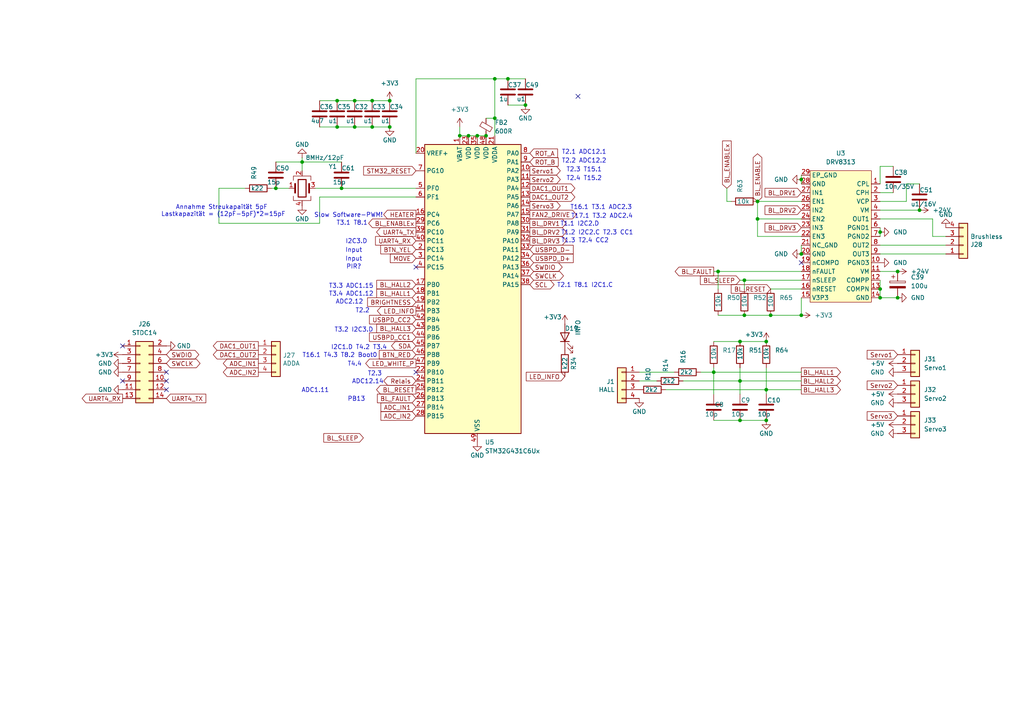
<source format=kicad_sch>
(kicad_sch (version 20231120) (generator "eeschema") (generator_version "8.0")
  (paper "A4")
  (lib_symbols
    (symbol "Connector_Generic:Conn_01x03" (pin_names (offset 1.016) hide)
      (property "Reference" "J" (at 0 5.08 0))
      (property "Value" "Conn_01x03" (at 0 -5.08 0))
      (symbol "Conn_01x03_1_1"
        (rectangle (start -1.27 -2.413) (end 0 -2.667) (stroke (width 0.1524)))
        (rectangle (start -1.27 0.127) (end 0 -0.127) (stroke (width 0.1524)))
        (rectangle (start -1.27 2.667) (end 0 2.413) (stroke (width 0.1524)))
        (rectangle (start -1.27 3.81) (end 1.27 -3.81) (stroke (width 0.254)) (fill (type background)))
        (pin passive line (at -5.08 2.54 0) (length 3.81) (name "Pin_1") (number "1"))
        (pin passive line (at -5.08 0 0) (length 3.81) (name "Pin_2") (number "2"))
        (pin passive line (at -5.08 -2.54 0) (length 3.81) (name "Pin_3") (number "3"))
      )
    )
    (symbol "Connector_Generic:Conn_01x04" (pin_names (offset 1.016) hide)
      (property "Reference" "J" (at 0 5.08 0))
      (property "Value" "Conn_01x04" (at 0 -7.62 0))
      (symbol "Conn_01x04_1_1"
        (rectangle (start -1.27 -4.953) (end 0 -5.207) (stroke (width 0.1524)))
        (rectangle (start -1.27 -2.413) (end 0 -2.667) (stroke (width 0.1524)))
        (rectangle (start -1.27 0.127) (end 0 -0.127) (stroke (width 0.1524)))
        (rectangle (start -1.27 2.667) (end 0 2.413) (stroke (width 0.1524)))
        (rectangle (start -1.27 3.81) (end 1.27 -6.35) (stroke (width 0.254)) (fill (type background)))
        (pin passive line (at -5.08 2.54 0) (length 3.81) (name "Pin_1") (number "1"))
        (pin passive line (at -5.08 0 0) (length 3.81) (name "Pin_2") (number "2"))
        (pin passive line (at -5.08 -2.54 0) (length 3.81) (name "Pin_3") (number "3"))
        (pin passive line (at -5.08 -5.08 0) (length 3.81) (name "Pin_4") (number "4"))
      )
    )
    (symbol "Connector_Generic:Conn_02x07_Odd_Even" (pin_names (offset 1.016) hide)
      (property "Reference" "J" (at 1.27 10.16 0))
      (property "Value" "Conn_02x07_Odd_Even" (at 1.27 -10.16 0))
      (symbol "Conn_02x07_Odd_Even_1_1"
        (rectangle (start -1.27 -7.493) (end 0 -7.747) (stroke (width 0.1524)))
        (rectangle (start -1.27 -4.953) (end 0 -5.207) (stroke (width 0.1524)))
        (rectangle (start -1.27 -2.413) (end 0 -2.667) (stroke (width 0.1524)))
        (rectangle (start -1.27 0.127) (end 0 -0.127) (stroke (width 0.1524)))
        (rectangle (start -1.27 2.667) (end 0 2.413) (stroke (width 0.1524)))
        (rectangle (start -1.27 5.207) (end 0 4.953) (stroke (width 0.1524)))
        (rectangle (start -1.27 7.747) (end 0 7.493) (stroke (width 0.1524)))
        (rectangle (start -1.27 8.89) (end 3.81 -8.89) (stroke (width 0.254)) (fill (type background)))
        (rectangle (start 3.81 -7.493) (end 2.54 -7.747) (stroke (width 0.1524)))
        (rectangle (start 3.81 -4.953) (end 2.54 -5.207) (stroke (width 0.1524)))
        (rectangle (start 3.81 -2.413) (end 2.54 -2.667) (stroke (width 0.1524)))
        (rectangle (start 3.81 0.127) (end 2.54 -0.127) (stroke (width 0.1524)))
        (rectangle (start 3.81 2.667) (end 2.54 2.413) (stroke (width 0.1524)))
        (rectangle (start 3.81 5.207) (end 2.54 4.953) (stroke (width 0.1524)))
        (rectangle (start 3.81 7.747) (end 2.54 7.493) (stroke (width 0.1524)))
        (pin passive line (at -5.08 7.62 0) (length 3.81) (name "Pin_1") (number "1"))
        (pin passive line (at 7.62 -2.54 180) (length 3.81) (name "Pin_10") (number "10"))
        (pin passive line (at -5.08 -5.08 0) (length 3.81) (name "Pin_11") (number "11"))
        (pin passive line (at 7.62 -5.08 180) (length 3.81) (name "Pin_12") (number "12"))
        (pin passive line (at -5.08 -7.62 0) (length 3.81) (name "Pin_13") (number "13"))
        (pin passive line (at 7.62 -7.62 180) (length 3.81) (name "Pin_14") (number "14"))
        (pin passive line (at 7.62 7.62 180) (length 3.81) (name "Pin_2") (number "2"))
        (pin passive line (at -5.08 5.08 0) (length 3.81) (name "Pin_3") (number "3"))
        (pin passive line (at 7.62 5.08 180) (length 3.81) (name "Pin_4") (number "4"))
        (pin passive line (at -5.08 2.54 0) (length 3.81) (name "Pin_5") (number "5"))
        (pin passive line (at 7.62 2.54 180) (length 3.81) (name "Pin_6") (number "6"))
        (pin passive line (at -5.08 0 0) (length 3.81) (name "Pin_7") (number "7"))
        (pin passive line (at 7.62 0 180) (length 3.81) (name "Pin_8") (number "8"))
        (pin passive line (at -5.08 -2.54 0) (length 3.81) (name "Pin_9") (number "9"))
      )
    )
    (symbol "Device:C" (pin_numbers hide) (pin_names (offset 0.254))
      (property "Reference" "C" (at 0.635 2.54 0))
      (property "Value" "C" (at 0.635 -2.54 0))
      (symbol "C_0_1"
        (polyline (pts (xy -2.032 -0.762) (xy 2.032 -0.762)) (stroke (width 0.508)))
        (polyline (pts (xy -2.032 0.762) (xy 2.032 0.762)) (stroke (width 0.508)))
      )
      (symbol "C_1_1"
        (pin passive line (at 0 3.81 270) (length 2.794) (name "~") (number "1"))
        (pin passive line (at 0 -3.81 90) (length 2.794) (name "~") (number "2"))
      )
    )
    (symbol "Device:C_Polarized" (pin_numbers hide) (pin_names (offset 0.254))
      (property "Reference" "C" (at 0.635 2.54 0))
      (property "Value" "C_Polarized" (at 0.635 -2.54 0))
      (symbol "C_Polarized_0_1"
        (rectangle (start -2.286 0.508) (end 2.286 1.016))
        (polyline (pts (xy -1.778 2.286) (xy -0.762 2.286)))
        (polyline (pts (xy -1.27 2.794) (xy -1.27 1.778)))
        (rectangle (start 2.286 -0.508) (end -2.286 -1.016) (fill (type outline)))
      )
      (symbol "C_Polarized_1_1"
        (pin passive line (at 0 3.81 270) (length 2.794) (name "~") (number "1"))
        (pin passive line (at 0 -3.81 90) (length 2.794) (name "~") (number "2"))
      )
    )
    (symbol "Device:Crystal_GND24" (pin_names (offset 1.016) hide)
      (property "Reference" "Y" (at 3.175 5.08 0))
      (property "Value" "Crystal_GND24" (at 3.175 3.175 0))
      (symbol "Crystal_GND24_0_1"
        (rectangle (start -1.143 2.54) (end 1.143 -2.54) (stroke (width 0.3048)))
        (polyline (pts (xy -2.54 0) (xy -2.032 0)))
        (polyline (pts (xy -2.032 -1.27) (xy -2.032 1.27)) (stroke (width 0.508)))
        (polyline (pts (xy 0 -3.81) (xy 0 -3.556)))
        (polyline (pts (xy 0 3.556) (xy 0 3.81)))
        (polyline (pts (xy 2.032 -1.27) (xy 2.032 1.27)) (stroke (width 0.508)))
        (polyline (pts (xy 2.032 0) (xy 2.54 0)))
        (polyline (pts (xy -2.54 -2.286) (xy -2.54 -3.556) (xy 2.54 -3.556) (xy 2.54 -2.286)))
        (polyline (pts (xy -2.54 2.286) (xy -2.54 3.556) (xy 2.54 3.556) (xy 2.54 2.286)))
      )
      (symbol "Crystal_GND24_1_1"
        (pin passive line (at -3.81 0 0) (length 1.27) (name "1") (number "1"))
        (pin passive line (at 0 5.08 270) (length 1.27) (name "2") (number "2"))
        (pin passive line (at 3.81 0 180) (length 1.27) (name "3") (number "3"))
        (pin passive line (at 0 -5.08 90) (length 1.27) (name "4") (number "4"))
      )
    )
    (symbol "Device:FerriteBead_Small" (pin_numbers hide) (pin_names (offset 0))
      (property "Reference" "FB" (at 1.905 1.27 0))
      (property "Value" "FerriteBead_Small" (at 1.905 -1.27 0))
      (symbol "FerriteBead_Small_0_1"
        (polyline (pts (xy 0 -1.27) (xy 0 -0.7874)))
        (polyline (pts (xy 0 0.889) (xy 0 1.2954)))
        (polyline (pts (xy -1.8288 0.2794) (xy -1.1176 1.4986) (xy 1.8288 -0.2032) (xy 1.1176 -1.4224) (xy -1.8288 0.2794)))
      )
      (symbol "FerriteBead_Small_1_1"
        (pin passive line (at 0 2.54 270) (length 1.27) (name "~") (number "1"))
        (pin passive line (at 0 -2.54 90) (length 1.27) (name "~") (number "2"))
      )
    )
    (symbol "Device:LED" (pin_numbers hide) (pin_names (offset 1.016) hide)
      (property "Reference" "D" (at 0 2.54 0))
      (property "Value" "LED" (at 0 -2.54 0))
      (symbol "LED_0_1"
        (polyline (pts (xy -1.27 -1.27) (xy -1.27 1.27)) (stroke (width 0.254)))
        (polyline (pts (xy -1.27 0) (xy 1.27 0)))
        (polyline (pts (xy 1.27 -1.27) (xy 1.27 1.27) (xy -1.27 0) (xy 1.27 -1.27)) (stroke (width 0.254)))
        (polyline (pts (xy -3.048 -0.762) (xy -4.572 -2.286) (xy -3.81 -2.286) (xy -4.572 -2.286) (xy -4.572 -1.524)))
        (polyline (pts (xy -1.778 -0.762) (xy -3.302 -2.286) (xy -2.54 -2.286) (xy -3.302 -2.286) (xy -3.302 -1.524)))
      )
      (symbol "LED_1_1"
        (pin passive line (at -3.81 0 0) (length 2.54) (name "K") (number "1"))
        (pin passive line (at 3.81 0 180) (length 2.54) (name "A") (number "2"))
      )
    )
    (symbol "Device:R" (pin_numbers hide) (pin_names (offset 0))
      (property "Reference" "R" (at 2.032 0 90))
      (property "Value" "R" (at 0 0 90))
      (symbol "R_0_1"
        (rectangle (start -1.016 -2.54) (end 1.016 2.54) (stroke (width 0.254)))
      )
      (symbol "R_1_1"
        (pin passive line (at 0 3.81 270) (length 1.27) (name "~") (number "1"))
        (pin passive line (at 0 -3.81 90) (length 1.27) (name "~") (number "2"))
      )
    )
    (symbol "MCU_ST_STM32G4:STM32G431C6Ux"
      (property "Reference" "U" (at -12.7 44.45 0))
      (property "Value" "STM32G431C6Ux" (at 10.16 44.45 0))
      (symbol "STM32G431C6Ux_0_1"
        (rectangle (start -12.7 -40.64) (end 15.24 43.18) (stroke (width 0.254)) (fill (type background)))
      )
      (symbol "STM32G431C6Ux_1_1"
        (pin power_in line (at -2.54 45.72 270) (length 2.54) (name "VBAT") (number "1"))
        (pin bidirectional line (at 17.78 35.56 180) (length 2.54) (name "PA2") (number "10"))
        (pin bidirectional line (at 17.78 33.02 180) (length 2.54) (name "PA3") (number "11"))
        (pin bidirectional line (at 17.78 30.48 180) (length 2.54) (name "PA4") (number "12"))
        (pin bidirectional line (at 17.78 27.94 180) (length 2.54) (name "PA5") (number "13"))
        (pin bidirectional line (at 17.78 25.4 180) (length 2.54) (name "PA6") (number "14"))
        (pin bidirectional line (at 17.78 22.86 180) (length 2.54) (name "PA7") (number "15"))
        (pin bidirectional line (at -15.24 22.86 0) (length 2.54) (name "PC4") (number "16"))
        (pin bidirectional line (at -15.24 2.54 0) (length 2.54) (name "PB0") (number "17"))
        (pin bidirectional line (at -15.24 0 0) (length 2.54) (name "PB1") (number "18"))
        (pin bidirectional line (at -15.24 -2.54 0) (length 2.54) (name "PB2") (number "19"))
        (pin bidirectional line (at -15.24 12.7 0) (length 2.54) (name "PC13") (number "2"))
        (pin input line (at -15.24 40.64 0) (length 2.54) (name "VREF+") (number "20"))
        (pin power_in line (at 7.62 45.72 270) (length 2.54) (name "VDDA") (number "21"))
        (pin bidirectional line (at -15.24 -22.86 0) (length 2.54) (name "PB10") (number "22"))
        (pin power_in line (at 0 45.72 270) (length 2.54) (name "VDD") (number "23"))
        (pin bidirectional line (at -15.24 -25.4 0) (length 2.54) (name "PB11") (number "24"))
        (pin bidirectional line (at -15.24 -27.94 0) (length 2.54) (name "PB12") (number "25"))
        (pin bidirectional line (at -15.24 -30.48 0) (length 2.54) (name "PB13") (number "26"))
        (pin bidirectional line (at -15.24 -33.02 0) (length 2.54) (name "PB14") (number "27"))
        (pin bidirectional line (at -15.24 -35.56 0) (length 2.54) (name "PB15") (number "28"))
        (pin bidirectional line (at -15.24 20.32 0) (length 2.54) (name "PC6") (number "29"))
        (pin bidirectional line (at -15.24 10.16 0) (length 2.54) (name "PC14") (number "3"))
        (pin bidirectional line (at 17.78 20.32 180) (length 2.54) (name "PA8") (number "30"))
        (pin bidirectional line (at 17.78 17.78 180) (length 2.54) (name "PA9") (number "31"))
        (pin bidirectional line (at 17.78 15.24 180) (length 2.54) (name "PA10") (number "32"))
        (pin bidirectional line (at 17.78 12.7 180) (length 2.54) (name "PA11") (number "33"))
        (pin bidirectional line (at 17.78 10.16 180) (length 2.54) (name "PA12") (number "34"))
        (pin power_in line (at 2.54 45.72 270) (length 2.54) (name "VDD") (number "35"))
        (pin bidirectional line (at 17.78 7.62 180) (length 2.54) (name "PA13") (number "36"))
        (pin bidirectional line (at 17.78 5.08 180) (length 2.54) (name "PA14") (number "37"))
        (pin bidirectional line (at 17.78 2.54 180) (length 2.54) (name "PA15") (number "38"))
        (pin bidirectional line (at -15.24 17.78 0) (length 2.54) (name "PC10") (number "39"))
        (pin bidirectional line (at -15.24 7.62 0) (length 2.54) (name "PC15") (number "4"))
        (pin bidirectional line (at -15.24 15.24 0) (length 2.54) (name "PC11") (number "40"))
        (pin bidirectional line (at -15.24 -5.08 0) (length 2.54) (name "PB3") (number "41"))
        (pin bidirectional line (at -15.24 -7.62 0) (length 2.54) (name "PB4") (number "42"))
        (pin bidirectional line (at -15.24 -10.16 0) (length 2.54) (name "PB5") (number "43"))
        (pin bidirectional line (at -15.24 -12.7 0) (length 2.54) (name "PB6") (number "44"))
        (pin bidirectional line (at -15.24 -15.24 0) (length 2.54) (name "PB7") (number "45"))
        (pin bidirectional line (at -15.24 -17.78 0) (length 2.54) (name "PB8") (number "46"))
        (pin bidirectional line (at -15.24 -20.32 0) (length 2.54) (name "PB9") (number "47"))
        (pin power_in line (at 5.08 45.72 270) (length 2.54) (name "VDD") (number "48"))
        (pin power_in line (at 2.54 -43.18 90) (length 2.54) (name "VSS") (number "49"))
        (pin bidirectional line (at -15.24 30.48 0) (length 2.54) (name "PF0") (number "5"))
        (pin bidirectional line (at -15.24 27.94 0) (length 2.54) (name "PF1") (number "6"))
        (pin bidirectional line (at -15.24 35.56 0) (length 2.54) (name "PG10") (number "7"))
        (pin bidirectional line (at 17.78 40.64 180) (length 2.54) (name "PA0") (number "8"))
        (pin bidirectional line (at 17.78 38.1 180) (length 2.54) (name "PA1") (number "9"))
      )
    )
    (symbol "liebler_SEMICONDUCTORS:DRV8313"
      (property "Reference" "U" (at 0 22.098 0))
      (property "Value" "DRV8813" (at 0 20.066 0))
      (symbol "DRV8313_1_1"
        (rectangle (start -8.89 19.05) (end 8.89 -19.05) (fill (type background)))
        (pin unspecified line (at 11.43 15.24 180) (length 2.54) (name "CPL") (number "1"))
        (pin power_in line (at 11.43 -7.62 180) (length 2.54) (name "PGND3") (number "10"))
        (pin power_in line (at 11.43 -10.16 180) (length 2.54) (name "VM") (number "11"))
        (pin power_in line (at 11.43 -12.7 180) (length 2.54) (name "COMPP") (number "12"))
        (pin power_in line (at 11.43 -15.24 180) (length 2.54) (name "COMPN") (number "13"))
        (pin power_in line (at 11.43 -17.78 180) (length 2.54) (name "GND") (number "14"))
        (pin power_in line (at -11.43 -17.78 0) (length 2.54) (name "V3P3") (number "15"))
        (pin input line (at -11.43 -15.24 0) (length 2.54) (name "nRESET") (number "16"))
        (pin input line (at -11.43 -12.7 0) (length 2.54) (name "nSLEEP") (number "17"))
        (pin open_collector line (at -11.43 -10.16 0) (length 2.54) (name "nFAULT") (number "18"))
        (pin passive line (at -11.43 -7.62 0) (length 2.54) (name "nCOMPO") (number "19"))
        (pin unspecified line (at 11.43 12.7 180) (length 2.54) (name "CPH") (number "2"))
        (pin passive line (at -11.43 -5.08 0) (length 2.54) (name "GND") (number "20"))
        (pin passive line (at -11.43 -2.54 0) (length 2.54) (name "NC_GND") (number "21"))
        (pin input line (at -11.43 0 0) (length 2.54) (name "EN3") (number "22"))
        (pin input line (at -11.43 2.54 0) (length 2.54) (name "IN3") (number "23"))
        (pin input line (at -11.43 5.08 0) (length 2.54) (name "EN2") (number "24"))
        (pin input line (at -11.43 7.62 0) (length 2.54) (name "IN2") (number "25"))
        (pin input line (at -11.43 10.16 0) (length 2.54) (name "EN1") (number "26"))
        (pin input line (at -11.43 12.7 0) (length 2.54) (name "IN1") (number "27"))
        (pin power_in line (at -11.43 15.24 0) (length 2.54) (name "GND") (number "28"))
        (pin power_in line (at -11.43 17.78 0) (length 2.54) (name "EP_GND") (number "29"))
        (pin output line (at 11.43 10.16 180) (length 2.54) (name "VCP") (number "3"))
        (pin power_in line (at 11.43 7.62 180) (length 2.54) (name "VM") (number "4"))
        (pin output line (at 11.43 5.08 180) (length 2.54) (name "OUT1") (number "5"))
        (pin output line (at 11.43 2.54 180) (length 2.54) (name "PGND1") (number "6"))
        (pin output line (at 11.43 0 180) (length 2.54) (name "PGND2") (number "7"))
        (pin output line (at 11.43 -2.54 180) (length 2.54) (name "OUT2") (number "8"))
        (pin output line (at 11.43 -5.08 180) (length 2.54) (name "OUT3") (number "9"))
      )
    )
    (symbol "power:+24V" (power) (pin_numbers hide) (pin_names (offset 0) hide)
      (property "Value" "+24V" (at 0 3.556 0))
      (symbol "+24V_0_1"
        (polyline (pts (xy -0.762 1.27) (xy 0 2.54)))
        (polyline (pts (xy 0 0) (xy 0 2.54)))
        (polyline (pts (xy 0 2.54) (xy 0.762 1.27)))
      )
      (symbol "+24V_1_1"
        (pin power_in line (at 0 0 90) (length 0) (name "~") (number "1"))
      )
    )
    (symbol "power:+3V3" (power) (pin_numbers hide) (pin_names (offset 0) hide)
      (property "Value" "+3V3" (at 0 3.556 0))
      (symbol "+3V3_0_1"
        (polyline (pts (xy -0.762 1.27) (xy 0 2.54)))
        (polyline (pts (xy 0 0) (xy 0 2.54)))
        (polyline (pts (xy 0 2.54) (xy 0.762 1.27)))
      )
      (symbol "+3V3_1_1"
        (pin power_in line (at 0 0 90) (length 0) (name "~") (number "1"))
      )
    )
    (symbol "power:+5V" (power) (pin_numbers hide) (pin_names (offset 0) hide)
      (property "Value" "+5V" (at 0 3.556 0))
      (symbol "+5V_0_1"
        (polyline (pts (xy -0.762 1.27) (xy 0 2.54)))
        (polyline (pts (xy 0 0) (xy 0 2.54)))
        (polyline (pts (xy 0 2.54) (xy 0.762 1.27)))
      )
      (symbol "+5V_1_1"
        (pin power_in line (at 0 0 90) (length 0) (name "~") (number "1"))
      )
    )
    (symbol "power:GND" (power) (pin_numbers hide) (pin_names (offset 0) hide)
      (property "Value" "GND" (at 0 -3.81 0))
      (symbol "GND_0_1"
        (polyline (pts (xy 0 0) (xy 0 -1.27) (xy 1.27 -1.27) (xy 0 -2.54) (xy -1.27 -1.27) (xy 0 -1.27)))
      )
      (symbol "GND_1_1"
        (pin power_in line (at 0 0 270) (length 0) (name "~") (number "1"))
      )
    )
  )
  (junction (at 214.63 99.06))
  (junction (at 215.9 91.44))
  (junction (at 97.79 29.21))
  (junction (at 138.43 39.37))
  (junction (at 232.41 91.44))
  (junction (at 140.97 39.37))
  (junction (at 99.06 54.61))
  (junction (at 143.51 22.86))
  (junction (at 214.63 110.49))
  (junction (at 260.35 86.36))
  (junction (at 219.71 63.5))
  (junction (at 266.7 60.96))
  (junction (at 208.28 78.74))
  (junction (at 97.79 36.83))
  (junction (at 219.71 58.42))
  (junction (at 222.25 113.03))
  (junction (at 87.63 46.99))
  (junction (at 232.41 52.07))
  (junction (at 133.35 39.37))
  (junction (at 232.41 73.66))
  (junction (at 143.51 34.29))
  (junction (at 222.25 121.92))
  (junction (at 222.25 99.06))
  (junction (at 107.95 36.83))
  (junction (at 207.01 107.95))
  (junction (at 113.03 36.83))
  (junction (at 107.95 29.21))
  (junction (at 102.87 36.83))
  (junction (at 135.89 39.37))
  (junction (at 80.01 54.61))
  (junction (at 102.87 29.21))
  (junction (at 223.52 91.44))
  (junction (at 260.35 78.74))
  (junction (at 255.27 86.36))
  (junction (at 255.27 67.31))
  (junction (at 113.03 29.21))
  (junction (at 152.4 30.48))
  (junction (at 255.27 83.82))
  (junction (at 215.9 81.28))
  (junction (at 147.32 22.86))
  (junction (at 214.63 121.92))
  (no_connect (at 35.56 100.33))
  (no_connect (at 167.64 27.94))
  (no_connect (at 48.26 113.03))
  (no_connect (at 120.65 107.95))
  (no_connect (at 48.26 107.95))
  (no_connect (at 232.41 76.2))
  (no_connect (at 35.56 110.49))
  (no_connect (at 48.26 110.49))
  (no_connect (at 120.65 77.47))
  (wire (pts (xy 222.25 113.03) (xy 222.25 114.3)))
  (wire (pts (xy 232.41 86.36) (xy 232.41 91.44)))
  (wire (pts (xy 270.51 68.58) (xy 270.51 63.5)))
  (wire (pts (xy 255.27 78.74) (xy 260.35 78.74)))
  (wire (pts (xy 214.63 106.68) (xy 214.63 110.49)))
  (wire (pts (xy 232.41 68.58) (xy 219.71 68.58)))
  (wire (pts (xy 255.27 73.66) (xy 274.32 73.66)))
  (wire (pts (xy 140.97 34.29) (xy 143.51 34.29)))
  (wire (pts (xy 232.41 78.74) (xy 208.28 78.74)))
  (wire (pts (xy 255.27 71.12) (xy 274.32 71.12)))
  (wire (pts (xy 214.63 81.28) (xy 215.9 81.28)))
  (wire (pts (xy 255.27 83.82) (xy 255.27 86.36)))
  (wire (pts (xy 255.27 86.36) (xy 260.35 86.36)))
  (wire (pts (xy 219.71 63.5) (xy 232.41 63.5)))
  (wire (pts (xy 99.06 54.61) (xy 120.65 54.61)))
  (wire (pts (xy 210.82 58.42) (xy 212.09 58.42)))
  (wire (pts (xy 107.95 29.21) (xy 113.03 29.21)))
  (wire (pts (xy 255.27 67.31) (xy 255.27 68.58)))
  (wire (pts (xy 185.42 107.95) (xy 195.58 107.95)))
  (wire (pts (xy 232.41 81.28) (xy 215.9 81.28)))
  (wire (pts (xy 97.79 29.21) (xy 102.87 29.21)))
  (wire (pts (xy 255.27 48.26) (xy 255.27 53.34)))
  (wire (pts (xy 255.27 58.42) (xy 262.89 58.42)))
  (wire (pts (xy 87.63 45.72) (xy 87.63 46.99)))
  (wire (pts (xy 255.27 81.28) (xy 255.27 83.82)))
  (wire (pts (xy 219.71 63.5) (xy 219.71 58.42)))
  (wire (pts (xy 185.42 110.49) (xy 190.5 110.49)))
  (wire (pts (xy 208.28 78.74) (xy 208.28 83.82)))
  (wire (pts (xy 102.87 36.83) (xy 107.95 36.83)))
  (wire (pts (xy 262.89 58.42) (xy 262.89 53.34)))
  (wire (pts (xy 210.82 54.61) (xy 210.82 58.42)))
  (wire (pts (xy 207.01 99.06) (xy 214.63 99.06)))
  (wire (pts (xy 198.12 110.49) (xy 214.63 110.49)))
  (wire (pts (xy 207.01 107.95) (xy 232.41 107.95)))
  (wire (pts (xy 143.51 39.37) (xy 143.51 34.29)))
  (wire (pts (xy 255.27 55.88) (xy 259.08 55.88)))
  (wire (pts (xy 92.71 29.21) (xy 97.79 29.21)))
  (wire (pts (xy 208.28 91.44) (xy 215.9 91.44)))
  (wire (pts (xy 78.74 54.61) (xy 80.01 54.61)))
  (wire (pts (xy 207.01 78.74) (xy 208.28 78.74)))
  (wire (pts (xy 102.87 29.21) (xy 107.95 29.21)))
  (wire (pts (xy 255.27 60.96) (xy 266.7 60.96)))
  (wire (pts (xy 255.27 66.04) (xy 255.27 67.31)))
  (wire (pts (xy 147.32 30.48) (xy 152.4 30.48)))
  (wire (pts (xy 214.63 110.49) (xy 232.41 110.49)))
  (wire (pts (xy 143.51 34.29) (xy 143.51 22.86)))
  (wire (pts (xy 91.44 54.61) (xy 99.06 54.61)))
  (wire (pts (xy 214.63 110.49) (xy 214.63 114.3)))
  (wire (pts (xy 222.25 106.68) (xy 222.25 113.03)))
  (wire (pts (xy 92.71 64.77) (xy 92.71 57.15)))
  (wire (pts (xy 207.01 107.95) (xy 207.01 106.68)))
  (wire (pts (xy 219.71 58.42) (xy 232.41 58.42)))
  (wire (pts (xy 80.01 54.61) (xy 83.82 54.61)))
  (wire (pts (xy 270.51 63.5) (xy 255.27 63.5)))
  (wire (pts (xy 135.89 39.37) (xy 138.43 39.37)))
  (wire (pts (xy 214.63 99.06) (xy 222.25 99.06)))
  (wire (pts (xy 215.9 91.44) (xy 223.52 91.44)))
  (wire (pts (xy 214.63 121.92) (xy 222.25 121.92)))
  (wire (pts (xy 147.32 22.86) (xy 152.4 22.86)))
  (wire (pts (xy 232.41 50.8) (xy 232.41 52.07)))
  (wire (pts (xy 207.01 107.95) (xy 207.01 114.3)))
  (wire (pts (xy 143.51 22.86) (xy 120.65 22.86)))
  (wire (pts (xy 219.71 68.58) (xy 219.71 63.5)))
  (wire (pts (xy 222.25 113.03) (xy 232.41 113.03)))
  (wire (pts (xy 232.41 71.12) (xy 232.41 73.66)))
  (wire (pts (xy 120.65 22.86) (xy 120.65 44.45)))
  (wire (pts (xy 107.95 36.83) (xy 113.03 36.83)))
  (wire (pts (xy 193.04 113.03) (xy 222.25 113.03)))
  (wire (pts (xy 87.63 46.99) (xy 87.63 49.53)))
  (wire (pts (xy 223.52 83.82) (xy 232.41 83.82)))
  (wire (pts (xy 143.51 22.86) (xy 147.32 22.86)))
  (wire (pts (xy 92.71 36.83) (xy 97.79 36.83)))
  (wire (pts (xy 223.52 91.44) (xy 232.41 91.44)))
  (wire (pts (xy 262.89 53.34) (xy 266.7 53.34)))
  (wire (pts (xy 63.5 54.61) (xy 71.12 54.61)))
  (wire (pts (xy 63.5 64.77) (xy 92.71 64.77)))
  (wire (pts (xy 97.79 36.83) (xy 102.87 36.83)))
  (wire (pts (xy 133.35 39.37) (xy 135.89 39.37)))
  (wire (pts (xy 203.2 107.95) (xy 207.01 107.95)))
  (wire (pts (xy 87.63 46.99) (xy 99.06 46.99)))
  (wire (pts (xy 215.9 81.28) (xy 215.9 83.82)))
  (wire (pts (xy 80.01 46.99) (xy 87.63 46.99)))
  (wire (pts (xy 270.51 68.58) (xy 274.32 68.58)))
  (wire (pts (xy 259.08 48.26) (xy 255.27 48.26)))
  (wire (pts (xy 207.01 121.92) (xy 214.63 121.92)))
  (wire (pts (xy 63.5 54.61) (xy 63.5 64.77)))
  (wire (pts (xy 133.35 36.83) (xy 133.35 39.37)))
  (wire (pts (xy 138.43 39.37) (xy 140.97 39.37)))
  (wire (pts (xy 232.41 52.07) (xy 232.41 53.34)))
  (wire (pts (xy 92.71 57.15) (xy 120.65 57.15)))
  (text "T1.1 I2C2.D" (at 168.148 65.024 0) (effects (font (size 1.27 1.27))))
  (text "Input" (at 102.616 72.644 0) (effects (font (size 1.27 1.27))))
  (text "T2.2" (at 105.156 90.17 0) (effects (font (size 1.27 1.27))))
  (text "T2.3" (at 108.712 108.458 0) (effects (font (size 1.27 1.27))))
  (text "T1.2 I2C2.C T2.3 CC1" (at 173.228 67.564 0) (effects (font (size 1.27 1.27))))
  (text "Annahme Streukapaität 5pF \nLastkapazität = (12pF-5pF)*2=15pF" (at 64.77 61.214 0) (effects (font (size 1.27 1.27))))
  (text "T3.3 ADC1.15" (at 101.854 83.058 0) (effects (font (size 1.27 1.27))))
  (text "T16.1 T4.3 T8.2 Boot0" (at 98.552 103.124 0) (effects (font (size 1.27 1.27))))
  (text "T3.4 ADC1.12" (at 101.854 85.344 0) (effects (font (size 1.27 1.27))))
  (text "T16.1 T3.1 ADC2.3" (at 165.354 60.96 0) (effects (font (size 1.27 1.27)) (justify left bottom)))
  (text "PIR?" (at 102.616 77.47 0) (effects (font (size 1.27 1.27))))
  (text "Slow Software-PWM!" (at 101.092 62.484 0) (effects (font (size 1.27 1.27))))
  (text "ADC1.11" (at 91.44 113.284 0) (effects (font (size 1.27 1.27))))
  (text "ADC2.12" (at 101.346 87.63 0) (effects (font (size 1.27 1.27))))
  (text "PB13" (at 103.378 115.824 0) (effects (font (size 1.27 1.27))))
  (text "I2C1.D T4.2 T3.4" (at 104.14 100.838 0) (effects (font (size 1.27 1.27))))
  (text "T2.4 T15.2" (at 169.418 51.816 0) (effects (font (size 1.27 1.27))))
  (text "T1.3 T2.4 CC2" (at 169.672 69.85 0) (effects (font (size 1.27 1.27))))
  (text "T2.2 ADC12.2" (at 169.418 46.736 0) (effects (font (size 1.27 1.27))))
  (text "T2.3 T15.1" (at 169.418 49.276 0) (effects (font (size 1.27 1.27))))
  (text "T3.2 I2C3.D" (at 102.616 95.758 0) (effects (font (size 1.27 1.27))))
  (text "I2C3.D" (at 103.378 70.104 0) (effects (font (size 1.27 1.27))))
  (text "Input" (at 102.616 75.184 0) (effects (font (size 1.27 1.27))))
  (text "T17.1 T3.2 ADC2.4" (at 165.608 63.5 0) (effects (font (size 1.27 1.27)) (justify left bottom)))
  (text "T2.1 T8.1 I2C1.C" (at 169.672 82.804 0) (effects (font (size 1.27 1.27))))
  (text "T4.4" (at 102.87 105.664 0) (effects (font (size 1.27 1.27))))
  (text "ADC12.14" (at 106.68 110.744 0) (effects (font (size 1.27 1.27))))
  (text "T2.1 ADC12.1" (at 169.418 44.196 0) (effects (font (size 1.27 1.27))))
  (text "T3.1 T8.1" (at 102.108 64.77 0) (effects (font (size 1.27 1.27))))
  (global_label "Servo1" (shape output) (at 153.67 49.53 0) (property "Intersheetrefs" "${INTERSHEET_REFS}" (effects (hide yes))))
  (global_label "MOVE" (shape input) (at 120.65 74.93 180) (property "Intersheetrefs" "${INTERSHEET_REFS}" (effects (hide yes))))
  (global_label "BL_DRV2" (shape output) (at 153.67 67.31 0) (property "Intersheetrefs" "${INTERSHEET_REFS}" (effects (hide yes))))
  (global_label "BL_HALL3" (shape output) (at 232.41 113.03 0) (property "Intersheetrefs" "${INTERSHEET_REFS}" (effects (hide yes))))
  (global_label "BTN_RED" (shape input) (at 120.65 102.87 180) (property "Intersheetrefs" "${INTERSHEET_REFS}" (effects (hide yes))))
  (global_label "BL_RESET" (shape input) (at 223.52 83.82 180) (property "Intersheetrefs" "${INTERSHEET_REFS}" (effects (hide yes))))
  (global_label "BL_DRV3" (shape output) (at 153.67 69.85 0) (property "Intersheetrefs" "${INTERSHEET_REFS}" (effects (hide yes))))
  (global_label "UART4_RX" (shape output) (at 35.56 115.57 180) (property "Intersheetrefs" "${INTERSHEET_REFS}" (effects (hide yes))))
  (global_label "SWCLK" (shape bidirectional) (at 153.67 80.01 0) (property "Intersheetrefs" "${INTERSHEET_REFS}" (effects (hide yes))))
  (global_label "USBPD_D+" (shape input) (at 153.67 74.93 0) (property "Intersheetrefs" "${INTERSHEET_REFS}" (effects (hide yes))))
  (global_label "DAC1_OUT2" (shape output) (at 153.67 57.15 0) (property "Intersheetrefs" "${INTERSHEET_REFS}" (effects (hide yes))))
  (global_label "Servo2" (shape output) (at 153.67 52.07 0) (property "Intersheetrefs" "${INTERSHEET_REFS}" (effects (hide yes))))
  (global_label "UART4_TX" (shape input) (at 48.26 115.57 0) (property "Intersheetrefs" "${INTERSHEET_REFS}" (effects (hide yes))))
  (global_label "ADC_IN2" (shape input) (at 120.65 120.65 180) (property "Intersheetrefs" "${INTERSHEET_REFS}" (effects (hide yes))))
  (global_label "BRIGHTNESS" (shape input) (at 120.65 87.63 180) (property "Intersheetrefs" "${INTERSHEET_REFS}" (effects (hide yes))))
  (global_label "LED_INFO" (shape input) (at 163.83 109.22 180) (property "Intersheetrefs" "${INTERSHEET_REFS}" (effects (hide yes))))
  (global_label "SWDIO" (shape bidirectional) (at 48.26 102.87 0) (property "Intersheetrefs" "${INTERSHEET_REFS}" (effects (hide yes))))
  (global_label "BL_DRV1" (shape output) (at 153.67 64.77 0) (property "Intersheetrefs" "${INTERSHEET_REFS}" (effects (hide yes))))
  (global_label "BL_DRV3" (shape input) (at 232.41 66.04 180) (property "Intersheetrefs" "${INTERSHEET_REFS}" (effects (hide yes))))
  (global_label "BL_SLEEP" (shape input) (at 214.63 81.28 180) (property "Intersheetrefs" "${INTERSHEET_REFS}" (effects (hide yes))))
  (global_label "SWCLK" (shape bidirectional) (at 48.26 105.41 0) (property "Intersheetrefs" "${INTERSHEET_REFS}" (effects (hide yes))))
  (global_label "Servo2" (shape input) (at 260.35 111.76 180) (property "Intersheetrefs" "${INTERSHEET_REFS}" (effects (hide yes))))
  (global_label "USBPD_D-" (shape input) (at 153.67 72.39 0) (property "Intersheetrefs" "${INTERSHEET_REFS}" (effects (hide yes))))
  (global_label "ADC_IN1" (shape input) (at 120.65 118.11 180) (property "Intersheetrefs" "${INTERSHEET_REFS}" (effects (hide yes))))
  (global_label "BL_HALL3" (shape input) (at 120.65 95.25 180) (property "Intersheetrefs" "${INTERSHEET_REFS}" (effects (hide yes))))
  (global_label "ROT_A" (shape input) (at 153.67 44.45 0) (property "Intersheetrefs" "${INTERSHEET_REFS}" (effects (hide yes))))
  (global_label "BL_RESET" (shape output) (at 120.65 113.03 180) (property "Intersheetrefs" "${INTERSHEET_REFS}" (effects (hide yes))))
  (global_label "BL_FAULT" (shape output) (at 207.01 78.74 180) (property "Intersheetrefs" "${INTERSHEET_REFS}" (effects (hide yes))))
  (global_label "STM32_RESET" (shape input) (at 120.65 49.53 180) (property "Intersheetrefs" "${INTERSHEET_REFS}" (effects (hide yes))))
  (global_label "BL_HALL1" (shape input) (at 120.65 85.09 180) (property "Intersheetrefs" "${INTERSHEET_REFS}" (effects (hide yes))))
  (global_label "USBPD_CC1" (shape input) (at 120.65 97.79 180) (property "Intersheetrefs" "${INTERSHEET_REFS}" (effects (hide yes))))
  (global_label "SWDIO" (shape bidirectional) (at 153.67 77.47 0) (property "Intersheetrefs" "${INTERSHEET_REFS}" (effects (hide yes))))
  (global_label "ROT_B" (shape input) (at 153.67 46.99 0) (property "Intersheetrefs" "${INTERSHEET_REFS}" (effects (hide yes))))
  (global_label "Servo1" (shape input) (at 260.35 102.87 180) (property "Intersheetrefs" "${INTERSHEET_REFS}" (effects (hide yes))))
  (global_label "BL_HALL2" (shape input) (at 120.65 82.55 180) (property "Intersheetrefs" "${INTERSHEET_REFS}" (effects (hide yes))))
  (global_label "BTN_YEL" (shape input) (at 120.65 72.39 180) (property "Intersheetrefs" "${INTERSHEET_REFS}" (effects (hide yes))))
  (global_label "DAC1_OUT2" (shape output) (at 74.93 102.87 180) (property "Intersheetrefs" "${INTERSHEET_REFS}" (effects (hide yes))))
  (global_label "DAC1_OUT1" (shape output) (at 153.67 54.61 0) (property "Intersheetrefs" "${INTERSHEET_REFS}" (effects (hide yes))))
  (global_label "BL_FAULT" (shape input) (at 120.65 115.57 180) (property "Intersheetrefs" "${INTERSHEET_REFS}" (effects (hide yes))))
  (global_label "HEATER" (shape output) (at 120.65 62.23 180) (property "Intersheetrefs" "${INTERSHEET_REFS}" (effects (hide yes))))
  (global_label "ADC_IN1" (shape output) (at 74.93 105.41 180) (property "Intersheetrefs" "${INTERSHEET_REFS}" (effects (hide yes))))
  (global_label "Servo3" (shape output) (at 153.67 59.69 0) (property "Intersheetrefs" "${INTERSHEET_REFS}" (effects (hide yes))))
  (global_label "UART4_RX" (shape input) (at 120.65 69.85 180) (property "Intersheetrefs" "${INTERSHEET_REFS}" (effects (hide yes))))
  (global_label "BL_DRV2" (shape input) (at 232.41 60.96 180) (property "Intersheetrefs" "${INTERSHEET_REFS}" (effects (hide yes))))
  (global_label "BL_ENABLE" (shape bidirectional) (at 219.71 58.42 90) (property "Intersheetrefs" "${INTERSHEET_REFS}" (effects (hide yes))))
  (global_label "FAN2_DRIVE" (shape output) (at 153.67 62.23 0) (property "Intersheetrefs" "${INTERSHEET_REFS}" (effects (hide yes))))
  (global_label "BL_HALL1" (shape output) (at 232.41 107.95 0) (property "Intersheetrefs" "${INTERSHEET_REFS}" (effects (hide yes))))
  (global_label "BL_ENABLEx" (shape output) (at 120.65 64.77 180) (property "Intersheetrefs" "${INTERSHEET_REFS}" (effects (hide yes))))
  (global_label "SCL" (shape bidirectional) (at 153.67 82.55 0) (property "Intersheetrefs" "${INTERSHEET_REFS}" (effects (hide yes))))
  (global_label "ADC_IN2" (shape output) (at 74.93 107.95 180) (property "Intersheetrefs" "${INTERSHEET_REFS}" (effects (hide yes))))
  (global_label "LED_WHITE_P" (shape output) (at 120.65 105.41 180) (property "Intersheetrefs" "${INTERSHEET_REFS}" (effects (hide yes))))
  (global_label "BL_SLEEP" (shape input) (at 105.41 127 180) (property "Intersheetrefs" "${INTERSHEET_REFS}" (effects (hide yes))))
  (global_label "Relais" (shape bidirectional) (at 120.65 110.49 180) (property "Intersheetrefs" "${INTERSHEET_REFS}" (effects (hide yes))))
  (global_label "Servo3" (shape input) (at 260.35 120.65 180) (property "Intersheetrefs" "${INTERSHEET_REFS}" (effects (hide yes))))
  (global_label "BL_HALL2" (shape output) (at 232.41 110.49 0) (property "Intersheetrefs" "${INTERSHEET_REFS}" (effects (hide yes))))
  (global_label "BL_DRV1" (shape input) (at 232.41 55.88 180) (property "Intersheetrefs" "${INTERSHEET_REFS}" (effects (hide yes))))
  (global_label "SDA" (shape bidirectional) (at 120.65 100.33 180) (property "Intersheetrefs" "${INTERSHEET_REFS}" (effects (hide yes))))
  (global_label "BL_ENABLEx" (shape input) (at 210.82 54.61 90) (property "Intersheetrefs" "${INTERSHEET_REFS}" (effects (hide yes))))
  (global_label "UART4_TX" (shape output) (at 120.65 67.31 180) (property "Intersheetrefs" "${INTERSHEET_REFS}" (effects (hide yes))))
  (global_label "LED_INFO" (shape output) (at 120.65 90.17 180) (property "Intersheetrefs" "${INTERSHEET_REFS}" (effects (hide yes))))
  (global_label "USBPD_CC2" (shape input) (at 120.65 92.71 180) (property "Intersheetrefs" "${INTERSHEET_REFS}" (effects (hide yes))))
  (global_label "DAC1_OUT1" (shape output) (at 74.93 100.33 180) (property "Intersheetrefs" "${INTERSHEET_REFS}" (effects (hide yes))))
  (symbol (lib_id "Connector_Generic:Conn_01x04") (at 279.4 71.12 0) (mirror x) (unit 1)
    (property "Reference" "J28" (at 281.432 70.9168 0) (effects (justify left)))
    (property "Value" "Brushless" (at 281.432 68.6054 0) (effects (justify left)))
    (property "Footprint" "liebler_CONN:PhoenixContact_MC_1,5_4-G-3.5_1x04_P3.50mm_Horizontal_smallerCourtyard" (effects (hide yes)))
  )
  (symbol (lib_id "power:GND") (at 232.41 52.07 270) (unit 1)
    (property "Reference" "#PWR030" (effects (hide yes)))
    (property "Value" "GND" (at 228.6 52.0699 90) (effects (justify right)))
    (property "Description" "Power symbol creates a global label with name \"GND\" , ground" (effects (hide yes)))
  )
  (symbol (lib_id "Device:R") (at 194.31 110.49 90) (unit 1)
    (property "Reference" "R14" (at 193.0399 107.95 0) (effects (justify left)))
    (property "Value" "2k2" (at 195.834 110.49 90) (effects (justify left)))
    (property "Footprint" "Resistor_SMD:R_0402_1005Metric" (effects (hide yes)))
    (property "Description" "Resistor" (effects (hide yes)))
  )
  (symbol (lib_id "Connector_Generic:Conn_01x04") (at 80.01 102.87 0) (unit 1)
    (property "Reference" "J27" (at 82.042 103.0732 0) (effects (justify left)))
    (property "Value" "ADDA" (at 82.042 105.3846 0) (effects (justify left)))
    (property "Footprint" "liebler_CONN:PhoenixContact_MC_1,5_4-G-3.5_1x04_P3.50mm_Horizontal_smallerCourtyard" (effects (hide yes)))
  )
  (symbol (lib_id "Device:Crystal_GND24") (at 87.63 54.61 0) (unit 1)
    (property "Reference" "Y1" (at 96.52 48.2914 0))
    (property "Value" "8MHz/12pF" (at 94.234 45.72 0))
    (property "Footprint" "Crystal:Crystal_SMD_3225-4Pin_3.2x2.5mm" (effects (hide yes)))
    (property "Description" "Four pin crystal, GND on pins 2 and 4" (effects (hide yes)))
  )
  (symbol (lib_id "power:+3V3") (at 232.41 91.44 270) (unit 1)
    (property "Reference" "#PWR036" (effects (hide yes)))
    (property "Value" "+3V3" (at 236.22 91.4399 90) (effects (justify left)))
    (property "Description" "Power symbol creates a global label with name \"+3V3\"" (effects (hide yes)))
  )
  (symbol (lib_id "Device:R") (at 189.23 113.03 90) (unit 1)
    (property "Reference" "R10" (at 187.9599 110.49 0) (effects (justify left)))
    (property "Value" "2k2" (at 190.754 113.03 90) (effects (justify left)))
    (property "Footprint" "Resistor_SMD:R_0402_1005Metric" (effects (hide yes)))
    (property "Description" "Resistor" (effects (hide yes)))
  )
  (symbol (lib_id "Device:C") (at 102.87 33.02 0) (unit 1)
    (property "Reference" "C32" (at 102.87 30.988 0) (effects (justify left)))
    (property "Value" "u1" (at 100.33 35.052 0) (effects (justify left)))
    (property "Footprint" "Capacitor_SMD:C_0402_1005Metric" (effects (hide yes)))
    (property "Description" "Unpolarized capacitor" (effects (hide yes)))
  )
  (symbol (lib_id "power:+3V3") (at 163.83 93.98 0) (unit 1)
    (property "Reference" "#PWR0199" (effects (hide yes)))
    (property "Value" "+3V3" (at 160.274 91.948 0))
    (property "Description" "Power symbol creates a global label with name \"+3V3\"" (effects (hide yes)))
  )
  (symbol (lib_id "power:GND") (at 260.35 107.95 270) (unit 1)
    (property "Reference" "#PWR0135" (effects (hide yes)))
    (property "Value" "GND" (at 256.54 107.9499 90) (effects (justify right)))
    (property "Description" "Power symbol creates a global label with name \"GND\" , ground" (effects (hide yes)))
  )
  (symbol (lib_id "Connector_Generic:Conn_01x03") (at 265.43 114.3 0) (unit 1)
    (property "Reference" "J32" (at 267.97 113.0299 0) (effects (justify left)))
    (property "Value" "Servo2" (at 267.97 115.5699 0) (effects (justify left)))
    (property "Footprint" "Connector_PinHeader_2.54mm:PinHeader_1x03_P2.54mm_Vertical" (effects (hide yes)))
    (property "Description" "Generic connector, single row, 01x03, script generated (kicad-library-utils/schlib/autogen/connector/)" (effects (hide yes)))
  )
  (symbol (lib_id "Device:R") (at 215.9 87.63 0) (unit 1)
    (property "Reference" "R52" (at 218.44 86.3599 0) (effects (justify left)))
    (property "Value" "10k" (at 215.9 89.154 90) (effects (justify left)))
    (property "Footprint" "Resistor_SMD:R_0402_1005Metric" (effects (hide yes)))
    (property "Description" "Resistor" (effects (hide yes)))
  )
  (symbol (lib_id "Device:C") (at 207.01 118.11 0) (unit 1)
    (property "Reference" "C8" (at 207.264 117.348 0) (effects (justify left)))
    (property "Value" "10p" (at 204.47 120.142 0) (effects (justify left)))
    (property "Footprint" "Capacitor_SMD:C_0402_1005Metric" (effects (hide yes)))
    (property "Description" "Unpolarized capacitor" (effects (hide yes)))
  )
  (symbol (lib_id "power:GND") (at 255.27 67.31 90) (unit 1)
    (property "Reference" "#PWR037" (effects (hide yes)))
    (property "Value" "GND" (at 259.08 67.3099 90) (effects (justify right)))
    (property "Description" "Power symbol creates a global label with name \"GND\" , ground" (effects (hide yes)))
  )
  (symbol (lib_id "Connector_Generic:Conn_01x04") (at 180.34 110.49 0) (mirror y) (unit 1)
    (property "Reference" "J1" (at 178.308 110.6932 0) (effects (justify left)))
    (property "Value" "HALL" (at 178.308 113.0046 0) (effects (justify left)))
    (property "Footprint" "liebler_CONN:PhoenixContact_MC_1,5_4-G-3.5_1x04_P3.50mm_Horizontal_smallerCourtyard" (effects (hide yes)))
  )
  (symbol (lib_id "power:GND") (at 185.42 115.57 0) (unit 1)
    (property "Reference" "#PWR05" (effects (hide yes)))
    (property "Value" "GND" (at 185.42 119.38 0))
    (property "Description" "Power symbol creates a global label with name \"GND\" , ground" (effects (hide yes)))
  )
  (symbol (lib_id "Device:R") (at 207.01 102.87 0) (unit 1)
    (property "Reference" "R17" (at 209.55 101.5999 0) (effects (justify left)))
    (property "Value" "10k" (at 207.01 104.394 90) (effects (justify left)))
    (property "Footprint" "Resistor_SMD:R_0402_1005Metric" (effects (hide yes)))
    (property "Description" "Resistor" (effects (hide yes)))
  )
  (symbol (lib_id "power:GND") (at 222.25 121.92 0) (unit 1)
    (property "Reference" "#PWR029" (effects (hide yes)))
    (property "Value" "GND" (at 222.25 125.73 0))
    (property "Description" "Power symbol creates a global label with name \"GND\" , ground" (effects (hide yes)))
  )
  (symbol (lib_id "Device:C") (at 80.01 50.8 0) (unit 1)
    (property "Reference" "C50" (at 80.01 48.768 0) (effects (justify left)))
    (property "Value" "15p" (at 77.47 52.832 0) (effects (justify left)))
    (property "Footprint" "Capacitor_SMD:C_0402_1005Metric" (effects (hide yes)))
    (property "Description" "Unpolarized capacitor" (effects (hide yes)))
  )
  (symbol (lib_id "Connector_Generic:Conn_02x07_Odd_Even") (at 40.64 107.95 0) (unit 1)
    (property "Reference" "J26" (at 41.91 93.98 0))
    (property "Value" "STDC14" (at 41.91 96.52 0))
    (property "Footprint" "liebler_CONN:IDC_2x07_P1.27mm_Vertical" (effects (hide yes)))
    (property "Description" "Generic connector, double row, 02x07, odd/even pin numbering scheme (row 1 odd numbers, row 2 even numbers), script generated (kicad-library-utils/schlib/autogen/connector/)" (effects (hide yes)))
  )
  (symbol (lib_id "Device:R") (at 208.28 87.63 0) (unit 1)
    (property "Reference" "R50" (at 210.82 86.3599 0) (effects (justify left)))
    (property "Value" "10k" (at 208.28 89.154 90) (effects (justify left)))
    (property "Footprint" "Resistor_SMD:R_0402_1005Metric" (effects (hide yes)))
    (property "Description" "Resistor" (effects (hide yes)))
  )
  (symbol (lib_id "power:+24V") (at 260.35 78.74 270) (unit 1)
    (property "Reference" "#PWR057" (effects (hide yes)))
    (property "Value" "+24V" (at 264.16 78.7399 90) (effects (justify left)))
    (property "Description" "Power symbol creates a global label with name \"+24V\"" (effects (hide yes)))
  )
  (symbol (lib_id "power:GND") (at 260.35 116.84 270) (unit 1)
    (property "Reference" "#PWR0136" (effects (hide yes)))
    (property "Value" "GND" (at 256.54 116.8399 90) (effects (justify right)))
    (property "Description" "Power symbol creates a global label with name \"GND\" , ground" (effects (hide yes)))
  )
  (symbol (lib_id "power:GND") (at 87.63 45.72 180) (unit 1)
    (property "Reference" "#PWR0124" (effects (hide yes)))
    (property "Value" "GND" (at 87.63 41.91 0))
    (property "Description" "Power symbol creates a global label with name \"GND\" , ground" (effects (hide yes)))
  )
  (symbol (lib_id "Device:C") (at 97.79 33.02 0) (unit 1)
    (property "Reference" "C35" (at 97.79 30.988 0) (effects (justify left)))
    (property "Value" "u1" (at 95.25 35.052 0) (effects (justify left)))
    (property "Footprint" "Capacitor_SMD:C_0402_1005Metric" (effects (hide yes)))
    (property "Description" "Unpolarized capacitor" (effects (hide yes)))
  )
  (symbol (lib_id "Device:R") (at 223.52 87.63 0) (unit 1)
    (property "Reference" "R65" (at 226.06 86.3599 0) (effects (justify left)))
    (property "Value" "10k" (at 223.52 89.154 90) (effects (justify left)))
    (property "Footprint" "Resistor_SMD:R_0402_1005Metric" (effects (hide yes)))
    (property "Description" "Resistor" (effects (hide yes)))
  )
  (symbol (lib_id "MCU_ST_STM32G4:STM32G431C6Ux") (at 135.89 85.09 0) (unit 1)
    (property "Reference" "U5" (at 140.6241 128.27 0) (effects (justify left)))
    (property "Value" "STM32G431C6Ux" (at 140.6241 130.81 0) (effects (justify left)))
    (property "Footprint" "Package_DFN_QFN:QFN-48-1EP_7x7mm_P0.5mm_EP5.6x5.6mm" (effects (hide yes)))
    (property "Datasheet" "https://www.st.com/resource/en/datasheet/stm32g431c6.pdf" (effects (hide yes)))
    (property "Description" "STMicroelectronics Arm Cortex-M4 MCU, 32KB flash, 32KB RAM, 170 MHz, 1.71-3.6V, 42 GPIO, UFQFPN48" (effects (hide yes)))
  )
  (symbol (lib_id "power:+5V") (at 260.35 105.41 90) (unit 1)
    (property "Reference" "#PWR075" (effects (hide yes)))
    (property "Value" "+5V" (at 256.54 105.4099 90) (effects (justify left)))
    (property "Description" "Power symbol creates a global label with name \"+5V\"" (effects (hide yes)))
  )
  (symbol (lib_id "Device:R") (at 74.93 54.61 90) (unit 1)
    (property "Reference" "R49" (at 73.6599 52.07 0) (effects (justify left)))
    (property "Value" "k22" (at 76.454 54.61 90) (effects (justify left)))
    (property "Footprint" "Resistor_SMD:R_0402_1005Metric" (effects (hide yes)))
    (property "Description" "Resistor" (effects (hide yes)))
  )
  (symbol (lib_id "Connector_Generic:Conn_01x03") (at 265.43 105.41 0) (unit 1)
    (property "Reference" "J31" (at 267.97 104.1399 0) (effects (justify left)))
    (property "Value" "Servo1" (at 267.97 106.6799 0) (effects (justify left)))
    (property "Footprint" "Connector_PinHeader_2.54mm:PinHeader_1x03_P2.54mm_Vertical" (effects (hide yes)))
    (property "Description" "Generic connector, single row, 01x03, script generated (kicad-library-utils/schlib/autogen/connector/)" (effects (hide yes)))
  )
  (symbol (lib_id "power:GND") (at 35.56 113.03 270) (unit 1)
    (property "Reference" "#PWR0207" (effects (hide yes)))
    (property "Value" "GND" (at 30.48 113.03 90))
  )
  (symbol (lib_id "Device:C") (at 147.32 26.67 0) (unit 1)
    (property "Reference" "C37" (at 147.32 24.638 0) (effects (justify left)))
    (property "Value" "1u" (at 144.78 28.702 0) (effects (justify left)))
    (property "Footprint" "Capacitor_SMD:C_0402_1005Metric" (effects (hide yes)))
    (property "Description" "Unpolarized capacitor" (effects (hide yes)))
  )
  (symbol (lib_id "power:+3V3") (at 113.03 29.21 0) (unit 1)
    (property "Reference" "#PWR0117" (effects (hide yes)))
    (property "Value" "+3V3" (at 113.03 24.13 0))
    (property "Description" "Power symbol creates a global label with name \"+3V3\"" (effects (hide yes)))
  )
  (symbol (lib_id "Device:C") (at 214.63 118.11 0) (unit 1)
    (property "Reference" "C9" (at 214.884 116.078 0) (effects (justify left)))
    (property "Value" "10p" (at 212.09 120.142 0) (effects (justify left)))
    (property "Footprint" "Capacitor_SMD:C_0402_1005Metric" (effects (hide yes)))
    (property "Description" "Unpolarized capacitor" (effects (hide yes)))
  )
  (symbol (lib_id "power:GND") (at 48.26 100.33 90) (unit 1)
    (property "Reference" "#PWR0209" (effects (hide yes)))
    (property "Value" "GND" (at 53.34 100.33 90))
  )
  (symbol (lib_id "Device:R") (at 214.63 102.87 0) (unit 1)
    (property "Reference" "R51" (at 217.17 101.5999 0) (effects (justify left)))
    (property "Value" "10k" (at 214.63 104.394 90) (effects (justify left)))
    (property "Footprint" "Resistor_SMD:R_0402_1005Metric" (effects (hide yes)))
    (property "Description" "Resistor" (effects (hide yes)))
  )
  (symbol (lib_id "power:GND") (at 35.56 107.95 270) (unit 1)
    (property "Reference" "#PWR0208" (effects (hide yes)))
    (property "Value" "GND" (at 30.48 107.95 90))
  )
  (symbol (lib_id "liebler_SEMICONDUCTORS:DRV8313") (at 243.84 68.58 0) (unit 1)
    (property "Reference" "U3" (at 243.84 44.45 0))
    (property "Value" "DRV8313" (at 243.84 46.99 0))
    (property "Footprint" "Package_SO:HTSSOP-28-1EP_4.4x9.7mm_P0.65mm_EP2.85x5.4mm_ThermalVias" (effects (hide yes)))
  )
  (symbol (lib_id "Device:C") (at 266.7 57.15 0) (unit 1)
    (property "Reference" "C51" (at 266.7 55.118 0) (effects (justify left)))
    (property "Value" "u1/16V" (at 264.16 59.182 0) (effects (justify left)))
    (property "Footprint" "Capacitor_SMD:C_0402_1005Metric" (effects (hide yes)))
    (property "Description" "Unpolarized capacitor" (effects (hide yes)))
  )
  (symbol (lib_id "power:GND") (at 260.35 86.36 90) (unit 1)
    (property "Reference" "#PWR039" (effects (hide yes)))
    (property "Value" "GND" (at 264.16 86.3599 90) (effects (justify right)))
    (property "Description" "Power symbol creates a global label with name \"GND\" , ground" (effects (hide yes)))
  )
  (symbol (lib_id "power:GND") (at 260.35 125.73 270) (unit 1)
    (property "Reference" "#PWR0137" (effects (hide yes)))
    (property "Value" "GND" (at 256.54 125.7299 90) (effects (justify right)))
    (property "Description" "Power symbol creates a global label with name \"GND\" , ground" (effects (hide yes)))
  )
  (symbol (lib_id "Device:R") (at 215.9 58.42 90) (unit 1)
    (property "Reference" "R63" (at 214.6299 55.88 0) (effects (justify left)))
    (property "Value" "10k" (at 217.424 58.42 90) (effects (justify left)))
    (property "Footprint" "Resistor_SMD:R_0402_1005Metric" (effects (hide yes)))
    (property "Description" "Resistor" (effects (hide yes)))
  )
  (symbol (lib_id "power:GND") (at 255.27 76.2 90) (unit 1)
    (property "Reference" "#PWR038" (effects (hide yes)))
    (property "Value" "GND" (at 259.08 76.1999 90) (effects (justify right)))
    (property "Description" "Power symbol creates a global label with name \"GND\" , ground" (effects (hide yes)))
  )
  (symbol (lib_id "power:+3V3") (at 222.25 99.06 0) (unit 1)
    (property "Reference" "#PWR025" (effects (hide yes)))
    (property "Value" "+3V3" (at 218.694 97.028 0))
    (property "Description" "Power symbol creates a global label with name \"+3V3\"" (effects (hide yes)))
  )
  (symbol (lib_id "power:GND") (at 152.4 30.48 0) (unit 1)
    (property "Reference" "#PWR0121" (effects (hide yes)))
    (property "Value" "GND" (at 152.4 34.29 0))
    (property "Description" "Power symbol creates a global label with name \"GND\" , ground" (effects (hide yes)))
  )
  (symbol (lib_id "power:GND") (at 232.41 73.66 270) (unit 1)
    (property "Reference" "#PWR031" (effects (hide yes)))
    (property "Value" "GND" (at 228.6 73.6599 90) (effects (justify right)))
    (property "Description" "Power symbol creates a global label with name \"GND\" , ground" (effects (hide yes)))
  )
  (symbol (lib_id "power:GND") (at 87.63 59.69 0) (unit 1)
    (property "Reference" "#PWR0122" (effects (hide yes)))
    (property "Value" "GND" (at 87.63 63.5 0))
    (property "Description" "Power symbol creates a global label with name \"GND\" , ground" (effects (hide yes)))
  )
  (symbol (lib_id "power:+3V3") (at 35.56 102.87 90) (unit 1)
    (property "Reference" "#PWR0203" (effects (hide yes)))
    (property "Value" "+3V3" (at 30.226 102.87 90))
  )
  (symbol (lib_id "Device:C") (at 113.03 33.02 0) (unit 1)
    (property "Reference" "C34" (at 113.03 30.988 0) (effects (justify left)))
    (property "Value" "u1" (at 110.49 35.052 0) (effects (justify left)))
    (property "Footprint" "Capacitor_SMD:C_0402_1005Metric" (effects (hide yes)))
    (property "Description" "Unpolarized capacitor" (effects (hide yes)))
  )
  (symbol (lib_id "Device:C") (at 99.06 50.8 0) (unit 1)
    (property "Reference" "C61" (at 99.06 48.768 0) (effects (justify left)))
    (property "Value" "15p" (at 96.52 52.832 0) (effects (justify left)))
    (property "Footprint" "Capacitor_SMD:C_0402_1005Metric" (effects (hide yes)))
    (property "Description" "Unpolarized capacitor" (effects (hide yes)))
  )
  (symbol (lib_id "Device:C") (at 92.71 33.02 0) (unit 1)
    (property "Reference" "C36" (at 92.71 30.988 0) (effects (justify left)))
    (property "Value" "4u7" (at 90.17 35.052 0) (effects (justify left)))
    (property "Footprint" "Capacitor_SMD:C_0402_1005Metric" (effects (hide yes)))
    (property "Datasheet" "C307423" (effects (hide yes)))
    (property "Description" "Unpolarized capacitor" (effects (hide yes)))
  )
  (symbol (lib_id "Device:C_Polarized") (at 260.35 82.55 0) (unit 1)
    (property "Reference" "C39" (at 264.16 80.3909 0) (effects (justify left)))
    (property "Value" "100u" (at 264.16 82.9309 0) (effects (justify left)))
    (property "Footprint" "Capacitor_THT:CP_Radial_D6.3mm_P2.50mm" (effects (hide yes)))
    (property "Datasheet" "C72478" (effects (hide yes)))
    (property "Description" "Polarized capacitor" (effects (hide yes)))
  )
  (symbol (lib_id "Device:LED") (at 163.83 97.79 90) (unit 1)
    (property "Reference" "D19" (at 163.83 95.25 90) (effects (justify right)))
    (property "Value" "INFO" (at 167.64 92.71 0) (effects (justify right)))
    (property "Footprint" "LED_SMD:LED_0805_2012Metric_Pad1.15x1.40mm_HandSolder" (effects (hide yes)))
  )
  (symbol (lib_id "power:+5V") (at 260.35 114.3 90) (unit 1)
    (property "Reference" "#PWR083" (effects (hide yes)))
    (property "Value" "+5V" (at 256.54 114.2999 90) (effects (justify left)))
    (property "Description" "Power symbol creates a global label with name \"+5V\"" (effects (hide yes)))
  )
  (symbol (lib_id "Device:C") (at 107.95 33.02 0) (unit 1)
    (property "Reference" "C33" (at 107.95 30.988 0) (effects (justify left)))
    (property "Value" "u1" (at 105.41 35.052 0) (effects (justify left)))
    (property "Footprint" "Capacitor_SMD:C_0402_1005Metric" (effects (hide yes)))
    (property "Description" "Unpolarized capacitor" (effects (hide yes)))
  )
  (symbol (lib_id "power:GND") (at 35.56 105.41 270) (unit 1)
    (property "Reference" "#PWR0206" (effects (hide yes)))
    (property "Value" "GND" (at 30.48 105.41 90))
  )
  (symbol (lib_id "power:+24V") (at 266.7 60.96 270) (unit 1)
    (property "Reference" "#PWR042" (effects (hide yes)))
    (property "Value" "+24V" (at 270.51 60.9599 90) (effects (justify left)))
    (property "Description" "Power symbol creates a global label with name \"+24V\"" (effects (hide yes)))
  )
  (symbol (lib_id "Connector_Generic:Conn_01x03") (at 265.43 123.19 0) (unit 1)
    (property "Reference" "J33" (at 267.97 121.9199 0) (effects (justify left)))
    (property "Value" "Servo3" (at 267.97 124.4599 0) (effects (justify left)))
    (property "Footprint" "Connector_PinHeader_2.54mm:PinHeader_1x03_P2.54mm_Vertical" (effects (hide yes)))
    (property "Description" "Generic connector, single row, 01x03, script generated (kicad-library-utils/schlib/autogen/connector/)" (effects (hide yes)))
  )
  (symbol (lib_id "Device:R") (at 222.25 102.87 0) (unit 1)
    (property "Reference" "R64" (at 224.79 101.5999 0) (effects (justify left)))
    (property "Value" "10k" (at 222.25 104.394 90) (effects (justify left)))
    (property "Footprint" "Resistor_SMD:R_0402_1005Metric" (effects (hide yes)))
    (property "Description" "Resistor" (effects (hide yes)))
  )
  (symbol (lib_id "power:GND") (at 274.32 66.04 180) (unit 1)
    (property "Reference" "#PWR043" (effects (hide yes)))
    (property "Value" "GND" (at 274.32 62.23 0))
    (property "Description" "Power symbol creates a global label with name \"GND\" , ground" (effects (hide yes)))
  )
  (symbol (lib_id "Device:C") (at 259.08 52.07 0) (unit 1)
    (property "Reference" "C38" (at 259.334 50.038 0) (effects (justify left)))
    (property "Value" "10n/35V" (at 256.54 54.102 0) (effects (justify left)))
    (property "Footprint" "Capacitor_SMD:C_0402_1005Metric" (effects (hide yes)))
    (property "Description" "Unpolarized capacitor" (effects (hide yes)))
  )
  (symbol (lib_id "Device:R") (at 163.83 105.41 180) (unit 1)
    (property "Reference" "R34" (at 166.37 105.41 90))
    (property "Value" "k22" (at 163.83 105.41 90))
    (property "Footprint" "Resistor_SMD:R_0402_1005Metric" (effects (hide yes)))
  )
  (symbol (lib_id "Device:C") (at 222.25 118.11 0) (unit 1)
    (property "Reference" "C10" (at 222.504 116.078 0) (effects (justify left)))
    (property "Value" "10p" (at 219.71 120.142 0) (effects (justify left)))
    (property "Footprint" "Capacitor_SMD:C_0402_1005Metric" (effects (hide yes)))
    (property "Description" "Unpolarized capacitor" (effects (hide yes)))
  )
  (symbol (lib_id "Device:C") (at 152.4 26.67 0) (unit 1)
    (property "Reference" "C49" (at 152.4 24.638 0) (effects (justify left)))
    (property "Value" "u1" (at 149.86 28.702 0) (effects (justify left)))
    (property "Footprint" "Capacitor_SMD:C_0402_1005Metric" (effects (hide yes)))
    (property "Description" "Unpolarized capacitor" (effects (hide yes)))
  )
  (symbol (lib_id "Device:FerriteBead_Small") (at 140.97 36.83 0) (unit 1)
    (property "Reference" "FB2" (at 143.51 35.5218 0) (effects (justify left)))
    (property "Value" "600R	" (at 143.51 38.0618 0) (effects (justify left)))
    (property "Footprint" "Inductor_SMD:L_0603_1608Metric" (effects (hide yes)))
    (property "Datasheet" "C19330" (effects (hide yes)))
    (property "Description" "Ferrite bead, small symbol" (effects (hide yes)))
  )
  (symbol (lib_id "Device:R") (at 199.39 107.95 90) (unit 1)
    (property "Reference" "R16" (at 198.1199 105.41 0) (effects (justify left)))
    (property "Value" "2k2" (at 200.914 107.95 90) (effects (justify left)))
    (property "Footprint" "Resistor_SMD:R_0402_1005Metric" (effects (hide yes)))
    (property "Description" "Resistor" (effects (hide yes)))
  )
  (symbol (lib_id "power:+3V3") (at 133.35 36.83 0) (unit 1)
    (property "Reference" "#PWR0116" (effects (hide yes)))
    (property "Value" "+3V3" (at 133.35 31.75 0))
    (property "Description" "Power symbol creates a global label with name \"+3V3\"" (effects (hide yes)))
  )
  (symbol (lib_id "power:GND") (at 138.43 128.27 0) (unit 1)
    (property "Reference" "#PWR0119" (effects (hide yes)))
    (property "Value" "GND" (at 138.43 132.08 0))
    (property "Description" "Power symbol creates a global label with name \"GND\" , ground" (effects (hide yes)))
  )
  (symbol (lib_id "power:GND") (at 113.03 36.83 0) (unit 1)
    (property "Reference" "#PWR0118" (effects (hide yes)))
    (property "Value" "GND" (at 113.03 40.64 0))
    (property "Description" "Power symbol creates a global label with name \"GND\" , ground" (effects (hide yes)))
  )
  (symbol (lib_id "power:+5V") (at 260.35 123.19 90) (unit 1)
    (property "Reference" "#PWR087" (effects (hide yes)))
    (property "Value" "+5V" (at 256.54 123.1899 90) (effects (justify left)))
    (property "Description" "Power symbol creates a global label with name \"+5V\"" (effects (hide yes)))
  )
)
</source>
